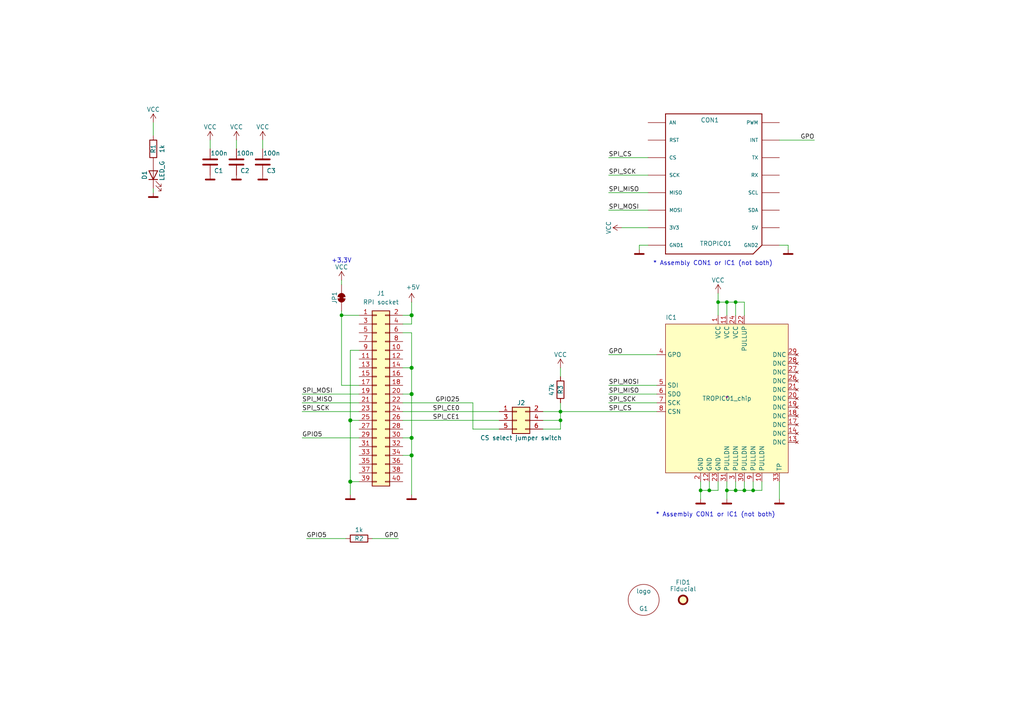
<source format=kicad_sch>
(kicad_sch (version 20250114) (generator "eeschema") (generator_version "9.0")
  (paper "A4")
  (title_block (title "TROPIC01 Raspberry PI  shield") (date "2025-02-18") (rev "TS1501"))
  (lib_symbols
    (symbol "Connector_Generic:Conn_02x03_Odd_Even" (pin_names (offset 1.016) (hide yes))
      (property "Reference" "J" (at 1.27 5.08 0))
      (property "Value" "Conn_02x03_Odd_Even" (at 1.27 -5.08 0))
      (symbol "Conn_02x03_Odd_Even_1_1"
        (rectangle (start -1.27 3.81) (end 3.81 -3.81) (stroke (width 0.254)) (fill (type background)))
        (rectangle (start -1.27 2.667) (end 0 2.413) (stroke (width 0.1524)))
        (rectangle (start -1.27 0.127) (end 0 -0.127) (stroke (width 0.1524)))
        (rectangle (start -1.27 -2.413) (end 0 -2.667) (stroke (width 0.1524)))
        (rectangle (start 3.81 2.667) (end 2.54 2.413) (stroke (width 0.1524)))
        (rectangle (start 3.81 0.127) (end 2.54 -0.127) (stroke (width 0.1524)))
        (rectangle (start 3.81 -2.413) (end 2.54 -2.667) (stroke (width 0.1524)))
        (pin passive line (at -5.08 2.54 0) (length 3.81) (name "Pin_1") (number "1"))
        (pin passive line (at -5.08 0 0) (length 3.81) (name "Pin_3") (number "3"))
        (pin passive line (at -5.08 -2.54 0) (length 3.81) (name "Pin_5") (number "5"))
        (pin passive line (at 7.62 2.54 180) (length 3.81) (name "Pin_2") (number "2"))
        (pin passive line (at 7.62 0 180) (length 3.81) (name "Pin_4") (number "4"))
        (pin passive line (at 7.62 -2.54 180) (length 3.81) (name "Pin_6") (number "6"))
      )
    )
    (symbol "Connector_Generic:Conn_02x20_Odd_Even" (pin_names (offset 1.016) (hide yes))
      (property "Reference" "J" (at 1.27 25.4 0))
      (property "Value" "Conn_02x20_Odd_Even" (at 1.27 -27.94 0))
      (symbol "Conn_02x20_Odd_Even_1_1"
        (rectangle (start -1.27 24.13) (end 3.81 -26.67) (stroke (width 0.254)) (fill (type background)))
        (rectangle (start -1.27 22.987) (end 0 22.733) (stroke (width 0.1524)))
        (rectangle (start -1.27 20.447) (end 0 20.193) (stroke (width 0.1524)))
        (rectangle (start -1.27 17.907) (end 0 17.653) (stroke (width 0.1524)))
        (rectangle (start -1.27 15.367) (end 0 15.113) (stroke (width 0.1524)))
        (rectangle (start -1.27 12.827) (end 0 12.573) (stroke (width 0.1524)))
        (rectangle (start -1.27 10.287) (end 0 10.033) (stroke (width 0.1524)))
        (rectangle (start -1.27 7.747) (end 0 7.493) (stroke (width 0.1524)))
        (rectangle (start -1.27 5.207) (end 0 4.953) (stroke (width 0.1524)))
        (rectangle (start -1.27 2.667) (end 0 2.413) (stroke (width 0.1524)))
        (rectangle (start -1.27 0.127) (end 0 -0.127) (stroke (width 0.1524)))
        (rectangle (start -1.27 -2.413) (end 0 -2.667) (stroke (width 0.1524)))
        (rectangle (start -1.27 -4.953) (end 0 -5.207) (stroke (width 0.1524)))
        (rectangle (start -1.27 -7.493) (end 0 -7.747) (stroke (width 0.1524)))
        (rectangle (start -1.27 -10.033) (end 0 -10.287) (stroke (width 0.1524)))
        (rectangle (start -1.27 -12.573) (end 0 -12.827) (stroke (width 0.1524)))
        (rectangle (start -1.27 -15.113) (end 0 -15.367) (stroke (width 0.1524)))
        (rectangle (start -1.27 -17.653) (end 0 -17.907) (stroke (width 0.1524)))
        (rectangle (start -1.27 -20.193) (end 0 -20.447) (stroke (width 0.1524)))
        (rectangle (start -1.27 -22.733) (end 0 -22.987) (stroke (width 0.1524)))
        (rectangle (start -1.27 -25.273) (end 0 -25.527) (stroke (width 0.1524)))
        (rectangle (start 3.81 22.987) (end 2.54 22.733) (stroke (width 0.1524)))
        (rectangle (start 3.81 20.447) (end 2.54 20.193) (stroke (width 0.1524)))
        (rectangle (start 3.81 17.907) (end 2.54 17.653) (stroke (width 0.1524)))
        (rectangle (start 3.81 15.367) (end 2.54 15.113) (stroke (width 0.1524)))
        (rectangle (start 3.81 12.827) (end 2.54 12.573) (stroke (width 0.1524)))
        (rectangle (start 3.81 10.287) (end 2.54 10.033) (stroke (width 0.1524)))
        (rectangle (start 3.81 7.747) (end 2.54 7.493) (stroke (width 0.1524)))
        (rectangle (start 3.81 5.207) (end 2.54 4.953) (stroke (width 0.1524)))
        (rectangle (start 3.81 2.667) (end 2.54 2.413) (stroke (width 0.1524)))
        (rectangle (start 3.81 0.127) (end 2.54 -0.127) (stroke (width 0.1524)))
        (rectangle (start 3.81 -2.413) (end 2.54 -2.667) (stroke (width 0.1524)))
        (rectangle (start 3.81 -4.953) (end 2.54 -5.207) (stroke (width 0.1524)))
        (rectangle (start 3.81 -7.493) (end 2.54 -7.747) (stroke (width 0.1524)))
        (rectangle (start 3.81 -10.033) (end 2.54 -10.287) (stroke (width 0.1524)))
        (rectangle (start 3.81 -12.573) (end 2.54 -12.827) (stroke (width 0.1524)))
        (rectangle (start 3.81 -15.113) (end 2.54 -15.367) (stroke (width 0.1524)))
        (rectangle (start 3.81 -17.653) (end 2.54 -17.907) (stroke (width 0.1524)))
        (rectangle (start 3.81 -20.193) (end 2.54 -20.447) (stroke (width 0.1524)))
        (rectangle (start 3.81 -22.733) (end 2.54 -22.987) (stroke (width 0.1524)))
        (rectangle (start 3.81 -25.273) (end 2.54 -25.527) (stroke (width 0.1524)))
        (pin passive line (at -5.08 22.86 0) (length 3.81) (name "Pin_1") (number "1"))
        (pin passive line (at -5.08 20.32 0) (length 3.81) (name "Pin_3") (number "3"))
        (pin passive line (at -5.08 17.78 0) (length 3.81) (name "Pin_5") (number "5"))
        (pin passive line (at -5.08 15.24 0) (length 3.81) (name "Pin_7") (number "7"))
        (pin passive line (at -5.08 12.7 0) (length 3.81) (name "Pin_9") (number "9"))
        (pin passive line (at -5.08 10.16 0) (length 3.81) (name "Pin_11") (number "11"))
        (pin passive line (at -5.08 7.62 0) (length 3.81) (name "Pin_13") (number "13"))
        (pin passive line (at -5.08 5.08 0) (length 3.81) (name "Pin_15") (number "15"))
        (pin passive line (at -5.08 2.54 0) (length 3.81) (name "Pin_17") (number "17"))
        (pin passive line (at -5.08 0 0) (length 3.81) (name "Pin_19") (number "19"))
        (pin passive line (at -5.08 -2.54 0) (length 3.81) (name "Pin_21") (number "21"))
        (pin passive line (at -5.08 -5.08 0) (length 3.81) (name "Pin_23") (number "23"))
        (pin passive line (at -5.08 -7.62 0) (length 3.81) (name "Pin_25") (number "25"))
        (pin passive line (at -5.08 -10.16 0) (length 3.81) (name "Pin_27") (number "27"))
        (pin passive line (at -5.08 -12.7 0) (length 3.81) (name "Pin_29") (number "29"))
        (pin passive line (at -5.08 -15.24 0) (length 3.81) (name "Pin_31") (number "31"))
        (pin passive line (at -5.08 -17.78 0) (length 3.81) (name "Pin_33") (number "33"))
        (pin passive line (at -5.08 -20.32 0) (length 3.81) (name "Pin_35") (number "35"))
        (pin passive line (at -5.08 -22.86 0) (length 3.81) (name "Pin_37") (number "37"))
        (pin passive line (at -5.08 -25.4 0) (length 3.81) (name "Pin_39") (number "39"))
        (pin passive line (at 7.62 22.86 180) (length 3.81) (name "Pin_2") (number "2"))
        (pin passive line (at 7.62 20.32 180) (length 3.81) (name "Pin_4") (number "4"))
        (pin passive line (at 7.62 17.78 180) (length 3.81) (name "Pin_6") (number "6"))
        (pin passive line (at 7.62 15.24 180) (length 3.81) (name "Pin_8") (number "8"))
        (pin passive line (at 7.62 12.7 180) (length 3.81) (name "Pin_10") (number "10"))
        (pin passive line (at 7.62 10.16 180) (length 3.81) (name "Pin_12") (number "12"))
        (pin passive line (at 7.62 7.62 180) (length 3.81) (name "Pin_14") (number "14"))
        (pin passive line (at 7.62 5.08 180) (length 3.81) (name "Pin_16") (number "16"))
        (pin passive line (at 7.62 2.54 180) (length 3.81) (name "Pin_18") (number "18"))
        (pin passive line (at 7.62 0 180) (length 3.81) (name "Pin_20") (number "20"))
        (pin passive line (at 7.62 -2.54 180) (length 3.81) (name "Pin_22") (number "22"))
        (pin passive line (at 7.62 -5.08 180) (length 3.81) (name "Pin_24") (number "24"))
        (pin passive line (at 7.62 -7.62 180) (length 3.81) (name "Pin_26") (number "26"))
        (pin passive line (at 7.62 -10.16 180) (length 3.81) (name "Pin_28") (number "28"))
        (pin passive line (at 7.62 -12.7 180) (length 3.81) (name "Pin_30") (number "30"))
        (pin passive line (at 7.62 -15.24 180) (length 3.81) (name "Pin_32") (number "32"))
        (pin passive line (at 7.62 -17.78 180) (length 3.81) (name "Pin_34") (number "34"))
        (pin passive line (at 7.62 -20.32 180) (length 3.81) (name "Pin_36") (number "36"))
        (pin passive line (at 7.62 -22.86 180) (length 3.81) (name "Pin_38") (number "38"))
        (pin passive line (at 7.62 -25.4 180) (length 3.81) (name "Pin_40") (number "40"))
      )
    )
    (symbol "Device:C" (pin_numbers (hide yes)) (pin_names (offset 0.254))
      (property "Reference" "C" (at 0.635 2.54 0))
      (property "Value" "C" (at 0.635 -2.54 0))
      (symbol "C_0_1"
        (polyline (pts (xy -2.032 0.762) (xy 2.032 0.762)) (stroke (width 0.508)))
        (polyline (pts (xy -2.032 -0.762) (xy 2.032 -0.762)) (stroke (width 0.508)))
      )
      (symbol "C_1_1"
        (pin passive line (at 0 3.81 270) (length 2.794) (name "~") (number "1"))
        (pin passive line (at 0 -3.81 90) (length 2.794) (name "~") (number "2"))
      )
    )
    (symbol "Device:LED" (pin_numbers (hide yes)) (pin_names (offset 1.016) (hide yes))
      (property "Reference" "D" (at 0 2.54 0))
      (property "Value" "LED" (at 0 -2.54 0))
      (symbol "LED_0_1"
        (polyline (pts (xy -3.048 -0.762) (xy -4.572 -2.286) (xy -3.81 -2.286) (xy -4.572 -2.286) (xy -4.572 -1.524)))
        (polyline (pts (xy -1.778 -0.762) (xy -3.302 -2.286) (xy -2.54 -2.286) (xy -3.302 -2.286) (xy -3.302 -1.524)))
        (polyline (pts (xy -1.27 0) (xy 1.27 0)))
        (polyline (pts (xy -1.27 -1.27) (xy -1.27 1.27)) (stroke (width 0.254)))
        (polyline (pts (xy 1.27 -1.27) (xy 1.27 1.27) (xy -1.27 0) (xy 1.27 -1.27)) (stroke (width 0.254)))
      )
      (symbol "LED_1_1"
        (pin passive line (at -3.81 0 0) (length 2.54) (name "K") (number "1"))
        (pin passive line (at 3.81 0 180) (length 2.54) (name "A") (number "2"))
      )
    )
    (symbol "Device:R" (pin_numbers (hide yes)) (pin_names (offset 0))
      (property "Reference" "R" (at 2.032 0 90))
      (property "Value" "R" (at 0 0 90))
      (symbol "R_0_1"
        (rectangle (start -1.016 -2.54) (end 1.016 2.54) (stroke (width 0.254)))
      )
      (symbol "R_1_1"
        (pin passive line (at 0 3.81 270) (length 1.27) (name "~") (number "1"))
        (pin passive line (at 0 -3.81 90) (length 1.27) (name "~") (number "2"))
      )
    )
    (symbol "Jumper:SolderJumper_2_Bridged" (pin_numbers (hide yes)) (pin_names (offset 0) (hide yes)) (exclude_from_sim yes) (in_bom no)
      (property "Reference" "JP" (at 0 2.032 0))
      (property "Value" "SolderJumper_2_Bridged" (at 0 -2.54 0))
      (symbol "SolderJumper_2_Bridged_0_1"
        (rectangle (start -0.508 0.508) (end 0.508 -0.508) (fill (type outline)))
        (polyline (pts (xy -0.254 1.016) (xy -0.254 -1.016)))
        (arc (start -0.254 -1.016) (mid -1.2656 0) (end -0.254 1.016))
        (arc (start -0.254 -1.016) (mid -1.2656 0) (end -0.254 1.016) (fill (type outline)))
        (arc (start 0.254 1.016) (mid 1.2656 0) (end 0.254 -1.016))
        (arc (start 0.254 1.016) (mid 1.2656 0) (end 0.254 -1.016) (fill (type outline)))
        (polyline (pts (xy 0.254 1.016) (xy 0.254 -1.016)))
      )
      (symbol "SolderJumper_2_Bridged_1_1"
        (pin passive line (at -3.81 0 0) (length 2.54) (name "A") (number "1"))
        (pin passive line (at 3.81 0 180) (length 2.54) (name "B") (number "2"))
      )
    )
    (symbol "Mechanical:Fiducial" (exclude_from_sim yes) (in_bom no)
      (property "Reference" "FID" (at 0 5.08 0))
      (property "Value" "Fiducial" (at 0 3.175 0))
      (symbol "Fiducial_0_1"
        (circle (center 0 0) (radius 1.27) (stroke (width 0.508)) (fill (type background)))
      )
    )
    (symbol "common:GND" (power) (pin_names (offset 0)) (in_bom no)
      (symbol "GND_0_1"
        (polyline (pts (xy -1.27 -1.27) (xy 1.27 -1.27)) (stroke (width 0.508)))
        (polyline (pts (xy 0 0) (xy 0 -1.27)))
      )
      (symbol "GND_1_1"
        (pin power_in line (at 0 0 270) (length 0) (hide yes) (name "GND") (number "1"))
      )
    )
    (symbol "common:VCC" (power) (pin_names (offset 0))
      (property "Value" "VCC" (at 0 3.81 0))
      (symbol "VCC_0_1"
        (polyline (pts (xy -0.762 1.27) (xy 0 2.54)))
        (polyline (pts (xy 0 2.54) (xy 0.762 1.27)))
        (polyline (pts (xy 0 0) (xy 0 2.54)))
      )
      (symbol "VCC_1_1"
        (pin power_in line (at 0 0 90) (length 0) (hide yes) (name "VCC") (number "1"))
      )
    )
    (symbol "mikroBUS:MIKROBUS_MODULE_CONN" (pin_numbers (hide yes)) (pin_names (offset 1.016))
      (property "Reference" "CON" (at 10.16 38.1 0))
      (property "Value" "MIKROBUS_MODULE_CONN" (at 2.54 3.81 0))
      (symbol "MIKROBUS_MODULE_CONN_0_0"
        (polyline (pts (xy 0 40.64) (xy 27.94 40.64)) (stroke (width 0.254)))
        (polyline (pts (xy 0 0) (xy 0 40.64)) (stroke (width 0.254)))
        (polyline (pts (xy 25.4 0) (xy 0 0)) (stroke (width 0.254)))
        (polyline (pts (xy 27.94 40.64) (xy 27.94 2.54)) (stroke (width 0.254)))
        (polyline (pts (xy 27.94 2.54) (xy 25.4 0)) (stroke (width 0.254)))
        (pin bidirectional line (at -5.08 38.1 0) (length 5.08) (name "AN") (number "P1"))
        (pin bidirectional line (at -5.08 33.02 0) (length 5.08) (name "RST") (number "P2"))
        (pin bidirectional line (at -5.08 27.94 0) (length 5.08) (name "CS") (number "P3"))
        (pin bidirectional line (at -5.08 22.86 0) (length 5.08) (name "SCK") (number "P4"))
        (pin bidirectional line (at -5.08 17.78 0) (length 5.08) (name "MISO") (number "P5"))
        (pin bidirectional line (at -5.08 12.7 0) (length 5.08) (name "MOSI") (number "P6"))
        (pin power_in line (at -5.08 7.62 0) (length 5.08) (name "3V3") (number "P7"))
        (pin bidirectional line (at -5.08 2.54 0) (length 5.08) (name "GND1") (number "P8"))
        (pin bidirectional line (at 33.02 38.1 180) (length 5.08) (name "PWM") (number "P16"))
        (pin bidirectional line (at 33.02 33.02 180) (length 5.08) (name "INT") (number "P15"))
        (pin bidirectional line (at 33.02 27.94 180) (length 5.08) (name "TX") (number "P14"))
        (pin bidirectional line (at 33.02 22.86 180) (length 5.08) (name "RX") (number "P13"))
        (pin bidirectional line (at 33.02 17.78 180) (length 5.08) (name "SCL") (number "P12"))
        (pin bidirectional line (at 33.02 12.7 180) (length 5.08) (name "SDA") (number "P11"))
        (pin power_in line (at 33.02 7.62 180) (length 5.08) (name "5V") (number "P10"))
        (pin bidirectional line (at 33.02 2.54 180) (length 5.08) (name "GND2") (number "P9"))
      )
    )
    (symbol "power:+5V" (power) (pin_numbers (hide yes)) (pin_names (offset 0) (hide yes))
      (property "Value" "+5V" (at 0 3.556 0))
      (symbol "+5V_0_1"
        (polyline (pts (xy -0.762 1.27) (xy 0 2.54)))
        (polyline (pts (xy 0 2.54) (xy 0.762 1.27)))
        (polyline (pts (xy 0 0) (xy 0 2.54)))
      )
      (symbol "+5V_1_1"
        (pin power_in line (at 0 0 90) (length 0) (name "~") (number "1"))
      )
    )
    (symbol "tropicsquare:TROPIC01_chip_pub"
      (property "Reference" "IC" (at -17.78 23.495 0))
      (property "Value" "TROPIC01_chip" (at 0 0 0))
      (symbol "TROPIC01_chip_pub_0_1"
        (rectangle (start -17.78 21.59) (end 17.78 -21.59) (stroke (width 0.1524)) (fill (type background)))
      )
      (symbol "TROPIC01_chip_pub_1_1"
        (pin output line (at -20.32 12.7 0) (length 2.54) (name "GPO") (number "4"))
        (pin input line (at -20.32 3.81 0) (length 2.54) (name "SDI") (number "5"))
        (pin output line (at -20.32 1.27 0) (length 2.54) (name "SDO") (number "6"))
        (pin input line (at -20.32 -1.27 0) (length 2.54) (name "SCK") (number "7"))
        (pin input line (at -20.32 -3.81 0) (length 2.54) (name "CSN") (number "8"))
        (pin power_in line (at -7.62 -24.13 90) (length 2.54) (name "GND") (number "2"))
        (pin power_in line (at -5.08 -24.13 90) (length 2.54) (name "GND") (number "12"))
        (pin power_in line (at -2.54 24.13 270) (length 2.54) (name "VCC") (number "1"))
        (pin power_in line (at -2.54 -24.13 90) (length 2.54) (name "GND") (number "23"))
        (pin power_in line (at 0 24.13 270) (length 2.54) (name "VCC") (number "11"))
        (pin input line (at 0 -24.13 90) (length 2.54) (name "PULLDN") (number "31"))
        (pin power_in line (at 2.54 24.13 270) (length 2.54) (name "VCC") (number "24"))
        (pin input line (at 2.54 -24.13 90) (length 2.54) (name "PULLDN") (number "3"))
        (pin input line (at 5.08 24.13 270) (length 2.54) (name "PULLUP") (number "22"))
        (pin input line (at 5.08 -24.13 90) (length 2.54) (name "PULLDN") (number "30"))
        (pin input line (at 7.62 -24.13 90) (length 2.54) (name "PULLDN") (number "9"))
        (pin input line (at 10.16 -24.13 90) (length 2.54) (name "PULLDN") (number "10"))
        (pin passive line (at 15.24 -24.13 90) (length 2.54) (name "TP") (number "33"))
        (pin no_connect line (at 20.32 12.7 180) (length 2.54) (name "DNC") (number "29"))
        (pin no_connect line (at 20.32 10.16 180) (length 2.54) (name "DNC") (number "28"))
        (pin no_connect line (at 20.32 7.62 180) (length 2.54) (name "DNC") (number "27"))
        (pin no_connect line (at 20.32 5.08 180) (length 2.54) (name "DNC") (number "26"))
        (pin no_connect line (at 20.32 2.54 180) (length 2.54) (name "DNC") (number "21"))
        (pin no_connect line (at 20.32 0 180) (length 2.54) (name "DNC") (number "20"))
        (pin no_connect line (at 20.32 -2.54 180) (length 2.54) (name "DNC") (number "19"))
        (pin no_connect line (at 20.32 -5.08 180) (length 2.54) (name "DNC") (number "18"))
        (pin no_connect line (at 20.32 -7.62 180) (length 2.54) (name "DNC") (number "17"))
        (pin no_connect line (at 20.32 -10.16 180) (length 2.54) (name "DNC") (number "14"))
        (pin no_connect line (at 20.32 -12.7 180) (length 2.54) (name "DNC") (number "13"))
      )
    )
    (symbol "tropicsquare:logo" (pin_numbers (hide yes)) (pin_names (offset 0) (hide yes)) (in_bom no)
      (property "Reference" "G" (at 0 -2.54 0))
      (property "Value" "logo" (at 0 2.54 0))
      (symbol "logo_0_1"
        (circle (center 0 0) (radius 4.4901) (stroke (width 0.1524)))
      )
    )
  )
  (text "+3.3V" (at 99.06 75.692 0) (effects (font (size 1.27 1.27))))
  (text "* Assembly CON1 or IC1 (not both)" (at 206.756 76.454 0) (effects (font (size 1.27 1.27))))
  (text "* Assembly CON1 or IC1 (not both)" (at 207.518 149.352 0) (effects (font (size 1.27 1.27))))
  (junction (at 119.38 127) (diameter 1.016))
  (junction (at 210.82 87.63))
  (junction (at 162.56 121.92))
  (junction (at 213.36 142.24))
  (junction (at 119.38 106.68) (diameter 1.016))
  (junction (at 213.36 87.63))
  (junction (at 119.38 114.3) (diameter 1.016))
  (junction (at 208.28 87.63))
  (junction (at 203.2 142.24))
  (junction (at 215.9 142.24))
  (junction (at 99.06 91.44))
  (junction (at 101.6 139.7) (diameter 1.016))
  (junction (at 205.74 142.24))
  (junction (at 162.56 119.38))
  (junction (at 218.44 142.24))
  (junction (at 101.6 121.92) (diameter 1.016))
  (junction (at 119.38 132.08) (diameter 1.016))
  (junction (at 119.38 91.44) (diameter 1.016))
  (junction (at 210.82 142.24))
  (wire (pts (xy 119.38 127) (xy 116.84 127)))
  (wire (pts (xy 162.56 121.92) (xy 162.56 119.38)))
  (wire (pts (xy 187.96 55.88) (xy 176.53 55.88)))
  (wire (pts (xy 87.63 119.38) (xy 104.14 119.38)))
  (wire (pts (xy 205.74 139.7) (xy 205.74 142.24)))
  (wire (pts (xy 99.06 111.76) (xy 104.14 111.76)))
  (wire (pts (xy 176.53 111.76) (xy 190.5 111.76)))
  (wire (pts (xy 162.56 106.68) (xy 162.56 109.22)))
  (wire (pts (xy 215.9 142.24) (xy 213.36 142.24)))
  (wire (pts (xy 60.96 40.64) (xy 60.96 43.18)))
  (wire (pts (xy 208.28 85.09) (xy 208.28 87.63)))
  (wire (pts (xy 215.9 139.7) (xy 215.9 142.24)))
  (wire (pts (xy 119.38 91.44) (xy 119.38 93.98)))
  (wire (pts (xy 176.53 102.87) (xy 190.5 102.87)))
  (wire (pts (xy 101.6 139.7) (xy 101.6 143.51)))
  (wire (pts (xy 162.56 119.38) (xy 190.5 119.38)))
  (wire (pts (xy 213.36 139.7) (xy 213.36 142.24)))
  (wire (pts (xy 137.16 124.46) (xy 144.78 124.46)))
  (wire (pts (xy 87.63 127) (xy 104.14 127)))
  (wire (pts (xy 87.63 116.84) (xy 104.14 116.84)))
  (wire (pts (xy 68.58 40.64) (xy 68.58 43.18)))
  (wire (pts (xy 210.82 87.63) (xy 213.36 87.63)))
  (wire (pts (xy 99.06 90.17) (xy 99.06 91.44)))
  (wire (pts (xy 119.38 127) (xy 119.38 132.08)))
  (wire (pts (xy 185.42 72.39) (xy 185.42 71.12)))
  (wire (pts (xy 119.38 96.52) (xy 116.84 96.52)))
  (wire (pts (xy 213.36 87.63) (xy 213.36 91.44)))
  (wire (pts (xy 226.06 40.64) (xy 236.22 40.64)))
  (wire (pts (xy 203.2 142.24) (xy 203.2 144.78)))
  (wire (pts (xy 203.2 139.7) (xy 203.2 142.24)))
  (wire (pts (xy 218.44 139.7) (xy 218.44 142.24)))
  (wire (pts (xy 119.38 106.68) (xy 119.38 114.3)))
  (wire (pts (xy 119.38 132.08) (xy 116.84 132.08)))
  (wire (pts (xy 213.36 87.63) (xy 215.9 87.63)))
  (wire (pts (xy 99.06 81.28) (xy 99.06 82.55)))
  (wire (pts (xy 162.56 119.38) (xy 162.56 116.84)))
  (wire (pts (xy 210.82 139.7) (xy 210.82 142.24)))
  (wire (pts (xy 180.34 66.04) (xy 187.96 66.04)))
  (wire (pts (xy 220.98 139.7) (xy 220.98 142.24)))
  (wire (pts (xy 119.38 93.98) (xy 116.84 93.98)))
  (wire (pts (xy 44.45 54.61) (xy 44.45 55.88)))
  (wire (pts (xy 208.28 87.63) (xy 208.28 91.44)))
  (wire (pts (xy 107.95 156.21) (xy 115.57 156.21)))
  (wire (pts (xy 116.84 121.92) (xy 144.78 121.92)))
  (wire (pts (xy 210.82 142.24) (xy 210.82 144.78)))
  (wire (pts (xy 116.84 116.84) (xy 137.16 116.84)))
  (wire (pts (xy 176.53 116.84) (xy 190.5 116.84)))
  (wire (pts (xy 88.9 156.21) (xy 100.33 156.21)))
  (wire (pts (xy 187.96 50.8) (xy 176.53 50.8)))
  (wire (pts (xy 176.53 114.3) (xy 190.5 114.3)))
  (wire (pts (xy 185.42 71.12) (xy 187.96 71.12)))
  (wire (pts (xy 101.6 101.6) (xy 101.6 121.92)))
  (wire (pts (xy 119.38 114.3) (xy 119.38 127)))
  (wire (pts (xy 76.2 40.64) (xy 76.2 43.18)))
  (wire (pts (xy 119.38 96.52) (xy 119.38 106.68)))
  (wire (pts (xy 210.82 87.63) (xy 210.82 91.44)))
  (wire (pts (xy 208.28 87.63) (xy 210.82 87.63)))
  (wire (pts (xy 228.6 71.12) (xy 228.6 72.39)))
  (wire (pts (xy 99.06 91.44) (xy 104.14 91.44)))
  (wire (pts (xy 101.6 121.92) (xy 104.14 121.92)))
  (wire (pts (xy 116.84 119.38) (xy 144.78 119.38)))
  (wire (pts (xy 44.45 35.56) (xy 44.45 39.37)))
  (wire (pts (xy 226.06 139.7) (xy 226.06 144.78)))
  (wire (pts (xy 87.63 114.3) (xy 104.14 114.3)))
  (wire (pts (xy 119.38 114.3) (xy 116.84 114.3)))
  (wire (pts (xy 187.96 45.72) (xy 176.53 45.72)))
  (wire (pts (xy 215.9 87.63) (xy 215.9 91.44)))
  (wire (pts (xy 137.16 116.84) (xy 137.16 124.46)))
  (wire (pts (xy 157.48 119.38) (xy 162.56 119.38)))
  (wire (pts (xy 101.6 121.92) (xy 101.6 139.7)))
  (wire (pts (xy 226.06 71.12) (xy 228.6 71.12)))
  (wire (pts (xy 218.44 142.24) (xy 215.9 142.24)))
  (wire (pts (xy 157.48 124.46) (xy 162.56 124.46)))
  (wire (pts (xy 208.28 142.24) (xy 205.74 142.24)))
  (wire (pts (xy 101.6 101.6) (xy 104.14 101.6)))
  (wire (pts (xy 119.38 106.68) (xy 116.84 106.68)))
  (wire (pts (xy 220.98 142.24) (xy 218.44 142.24)))
  (wire (pts (xy 187.96 60.96) (xy 176.53 60.96)))
  (wire (pts (xy 208.28 139.7) (xy 208.28 142.24)))
  (wire (pts (xy 157.48 121.92) (xy 162.56 121.92)))
  (wire (pts (xy 205.74 142.24) (xy 203.2 142.24)))
  (wire (pts (xy 101.6 139.7) (xy 104.14 139.7)))
  (wire (pts (xy 119.38 87.63) (xy 119.38 91.44)))
  (wire (pts (xy 213.36 142.24) (xy 210.82 142.24)))
  (wire (pts (xy 99.06 91.44) (xy 99.06 111.76)))
  (wire (pts (xy 119.38 91.44) (xy 116.84 91.44)))
  (wire (pts (xy 162.56 124.46) (xy 162.56 121.92)))
  (wire (pts (xy 119.38 132.08) (xy 119.38 143.51)))
  (label "GPO" (at 176.53 102.87 0))
  (label "GPIO25" (at 133.35 116.84 180))
  (label "SPI_CE0" (at 133.35 119.38 180))
  (label "GPIO5" (at 87.63 127 0))
  (label "SPI_MISO" (at 87.63 116.84 0))
  (label "GPIO5" (at 88.9 156.21 0))
  (label "SPI_MOSI" (at 176.53 111.76 0))
  (label "SPI_CS" (at 176.53 119.38 0))
  (label "SPI_MOSI" (at 176.53 60.96 0))
  (label "SPI_MISO" (at 176.53 55.88 0))
  (label "SPI_SCK" (at 87.63 119.38 0))
  (label "SPI_CS" (at 176.53 45.72 0))
  (label "SPI_MISO" (at 176.53 114.3 0))
  (label "SPI_SCK" (at 176.53 116.84 0))
  (label "GPO" (at 236.22 40.64 180))
  (label "SPI_MOSI" (at 87.63 114.3 0))
  (label "GPO" (at 115.57 156.21 180))
  (label "SPI_CE1" (at 133.35 121.92 180))
  (label "SPI_SCK" (at 176.53 50.8 0))
  (symbol (lib_id "common:GND") (at 76.2 50.8 0) (unit 1) (in_bom no)
    (property "Reference" "#PWR015" (effects (hide yes)))
    (property "Value" "GND" (effects (hide yes)))
  )
  (symbol (lib_id "common:VCC") (at 60.96 40.64 0) (unit 1)
    (property "Reference" "#PWR08" (effects (hide yes)))
    (property "Value" "VCC" (at 60.96 36.83 0))
  )
  (symbol (lib_id "Device:C") (at 60.96 46.99 180) (unit 1)
    (property "Reference" "C1" (at 64.77 49.53 0) (effects (justify left)))
    (property "Value" "100n" (at 66.04 44.45 0) (effects (justify left)))
    (property "Footprint" "Capacitor_SMD:C_0805_2012Metric_Pad1.18x1.45mm_HandSolder" (effects (hide yes)))
    (property "OC_MOUSER" "187-CL21B104KBFNNNE" (effects (hide yes)))
  )
  (symbol (lib_id "common:VCC") (at 44.45 35.56 0) (unit 1)
    (property "Reference" "#PWR01" (effects (hide yes)))
    (property "Value" "VCC" (at 44.45 31.75 0))
  )
  (symbol (lib_id "power:+5V") (at 119.38 87.63 0) (unit 1)
    (property "Reference" "#PWR05" (effects (hide yes)))
    (property "Value" "+5V" (at 119.7483 83.3056 0))
  )
  (symbol (lib_id "tropicsquare:TROPIC01_chip_pub") (at 210.82 115.57 0) (unit 1)
    (property "Reference" "IC1" (at 193.04 92.075 0) (effects (justify left)))
    (property "Value" "TROPIC01_chip" (at 210.82 115.57 0))
    (property "Footprint" "tropic01_chip:QFN-32-1EP_4x4mm_P0.4mm_EP2.65x2.65mm" (effects (hide yes)))
    (property "Description" "Cryptographic coprocessor and MAC" (effects (hide yes)))
    (property "OC_MOUSER" "*" (at 210.82 115.57 0))
  )
  (symbol (lib_id "common:VCC") (at 208.28 85.09 0) (unit 1)
    (property "Reference" "#PWR011" (effects (hide yes)))
    (property "Value" "VCC" (at 208.28 81.28 0))
  )
  (symbol (lib_id "Connector_Generic:Conn_02x20_Odd_Even") (at 109.22 114.3 0) (unit 1)
    (property "Reference" "J1" (at 110.49 85.09 0))
    (property "Value" "RPI socket" (at 110.49 87.63 0))
    (property "Footprint" "shields:RPI_Hat_B+" (effects (hide yes)))
    (property "Description" "Generic connector, double row, 02x20, odd/even pin numbering scheme (row 1 odd numbers, row 2 even numbers), script generated (kicad-library-utils/schlib/autogen/connector/)" (effects (hide yes)))
    (property "OC_MOUSER" "474-PRT-16764" (effects (hide yes)))
  )
  (symbol (lib_id "common:GND") (at 185.42 72.39 0) (unit 1) (in_bom no)
    (property "Reference" "#PWR06" (effects (hide yes)))
    (property "Value" "GND" (effects (hide yes)))
  )
  (symbol (lib_id "Connector_Generic:Conn_02x03_Odd_Even") (at 149.86 121.92 0) (unit 1)
    (property "Reference" "J2" (at 151.13 116.84 0))
    (property "Value" "CS select jumper switch" (at 151.13 127 0))
    (property "Footprint" "Connector_PinHeader_2.54mm:PinHeader_2x03_P2.54mm_Vertical" (effects (hide yes)))
    (property "Description" "Generic connector, double row, 02x03, odd/even pin numbering scheme (row 1 odd numbers, row 2 even numbers), script generated (kicad-library-utils/schlib/autogen/connector/)" (effects (hide yes)))
    (property "OC_MOUSER" " 653-XG8T-0641  + 653-XJ8A-0211" (effects (hide yes)))
  )
  (symbol (lib_id "common:VCC") (at 180.34 66.04 90) (unit 1)
    (property "Reference" "#PWR03" (effects (hide yes)))
    (property "Value" "VCC" (at 176.53 66.04 0))
  )
  (symbol (lib_id "Device:R") (at 162.56 113.03 180) (unit 1)
    (property "Reference" "R3" (at 162.56 113.03 90))
    (property "Value" "47k" (at 160.02 113.03 90))
    (property "Footprint" "Resistor_SMD:R_0805_2012Metric_Pad1.20x1.40mm_HandSolder" (effects (hide yes)))
    (property "OC_MOUSER" "603-RC0805JR-0747KL" (effects (hide yes)))
  )
  (symbol (lib_id "common:VCC") (at 68.58 40.64 0) (unit 1)
    (property "Reference" "#PWR09" (effects (hide yes)))
    (property "Value" "VCC" (at 68.58 36.83 0))
  )
  (symbol (lib_id "tropicsquare:logo") (at 186.69 173.99 0) (unit 1) (in_bom no)
    (property "Reference" "G1" (at 186.69 176.53 0))
    (property "Value" "logo" (at 186.69 171.45 0))
    (property "Footprint" "ts_logo:tropicsquare_logo" (effects (hide yes)))
  )
  (symbol (lib_id "common:GND") (at 226.06 144.78 0) (mirror y) (unit 1) (in_bom no)
    (property "Reference" "#PWR020" (effects (hide yes)))
    (property "Value" "GND" (effects (hide yes)))
  )
  (symbol (lib_id "Device:R") (at 44.45 43.18 180) (unit 1)
    (property "Reference" "R1" (at 44.45 43.18 90))
    (property "Value" "1k" (at 46.99 43.18 90))
    (property "Footprint" "Resistor_SMD:R_0805_2012Metric_Pad1.20x1.40mm_HandSolder" (effects (hide yes)))
    (property "OC_MOUSER" "603-RC0805JR-071KL" (effects (hide yes)))
  )
  (symbol (lib_id "common:GND") (at 68.58 50.8 0) (unit 1) (in_bom no)
    (property "Reference" "#PWR014" (effects (hide yes)))
    (property "Value" "GND" (effects (hide yes)))
  )
  (symbol (lib_id "common:GND") (at 228.6 72.39 0) (unit 1) (in_bom no)
    (property "Reference" "#PWR07" (effects (hide yes)))
    (property "Value" "GND" (effects (hide yes)))
  )
  (symbol (lib_id "common:VCC") (at 99.06 81.28 0) (unit 1)
    (property "Reference" "#PWR04" (effects (hide yes)))
    (property "Value" "VCC" (at 99.06 77.47 0))
  )
  (symbol (lib_id "common:GND") (at 101.6 143.51 0) (mirror y) (unit 1) (in_bom no)
    (property "Reference" "#PWR016" (effects (hide yes)))
    (property "Value" "GND" (effects (hide yes)))
  )
  (symbol (lib_id "common:VCC") (at 76.2 40.64 0) (unit 1)
    (property "Reference" "#PWR010" (effects (hide yes)))
    (property "Value" "VCC" (at 76.2 36.83 0))
  )
  (symbol (lib_id "common:GND") (at 119.38 143.51 0) (mirror y) (unit 1) (in_bom no)
    (property "Reference" "#PWR017" (effects (hide yes)))
    (property "Value" "GND" (effects (hide yes)))
  )
  (symbol (lib_id "Device:C") (at 68.58 46.99 180) (unit 1)
    (property "Reference" "C2" (at 72.39 49.53 0) (effects (justify left)))
    (property "Value" "100n" (at 73.66 44.45 0) (effects (justify left)))
    (property "Footprint" "Capacitor_SMD:C_0805_2012Metric_Pad1.18x1.45mm_HandSolder" (effects (hide yes)))
    (property "OC_MOUSER" "187-CL21B104KBFNNNE" (effects (hide yes)))
  )
  (symbol (lib_id "Mechanical:Fiducial") (at 198.12 173.99 0) (unit 1) (exclude_from_sim yes) (in_bom no)
    (property "Reference" "FID1" (at 198.12 168.91 0))
    (property "Value" "Fiducial" (at 198.12 170.815 0))
    (property "Footprint" "Fiducial:Fiducial_0.5mm_Mask1mm" (effects (hide yes)))
    (property "Description" "Fiducial Marker" (effects (hide yes)))
  )
  (symbol (lib_id "common:VCC") (at 162.56 106.68 0) (unit 1)
    (property "Reference" "#PWR012" (effects (hide yes)))
    (property "Value" "VCC" (at 162.56 102.87 0))
  )
  (symbol (lib_id "Device:C") (at 76.2 46.99 180) (unit 1)
    (property "Reference" "C3" (at 80.01 49.53 0) (effects (justify left)))
    (property "Value" "100n" (at 81.28 44.45 0) (effects (justify left)))
    (property "Footprint" "Capacitor_SMD:C_0805_2012Metric_Pad1.18x1.45mm_HandSolder" (effects (hide yes)))
    (property "OC_MOUSER" "187-CL21B104KBFNNNE" (effects (hide yes)))
  )
  (symbol (lib_id "common:GND") (at 44.45 55.88 0) (unit 1) (in_bom no)
    (property "Reference" "#PWR02" (effects (hide yes)))
    (property "Value" "GND" (effects (hide yes)))
  )
  (symbol (lib_id "common:GND") (at 203.2 144.78 0) (mirror y) (unit 1) (in_bom no)
    (property "Reference" "#PWR018" (effects (hide yes)))
    (property "Value" "GND" (effects (hide yes)))
  )
  (symbol (lib_id "Jumper:SolderJumper_2_Bridged") (at 99.06 86.36 90) (unit 1) (exclude_from_sim yes) (in_bom no)
    (property "Reference" "JP1" (at 97.028 86.36 0))
    (property "Value" "SolderJumper_2_Bridged" (effects (hide yes)))
    (property "Footprint" "_mechanical:SolderJumper-2_P1.3mm_Bridged" (effects (hide yes)))
    (property "Description" "Solder Jumper, 2-pole, closed/bridged" (effects (hide yes)))
  )
  (symbol (lib_id "common:GND") (at 210.82 144.78 0) (mirror y) (unit 1) (in_bom no)
    (property "Reference" "#PWR019" (effects (hide yes)))
    (property "Value" "GND" (effects (hide yes)))
  )
  (symbol (lib_id "Device:LED") (at 44.45 50.8 90) (unit 1)
    (property "Reference" "D1" (at 41.91 50.8 0))
    (property "Value" "LED_G" (at 46.99 49.53 0))
    (property "Footprint" "LED_SMD:LED_0805_2012Metric" (effects (hide yes)))
    (property "OC_MOUSER" "710-150080GS75000" (effects (hide yes)))
  )
  (symbol (lib_id "Device:R") (at 104.14 156.21 270) (unit 1)
    (property "Reference" "R2" (at 104.14 156.21 90))
    (property "Value" "1k" (at 104.14 153.67 90))
    (property "Footprint" "Resistor_SMD:R_0805_2012Metric_Pad1.20x1.40mm_HandSolder" (effects (hide yes)))
    (property "OC_MOUSER" "603-RC0805JR-071KL" (effects (hide yes)))
  )
  (symbol (lib_id "mikroBUS:MIKROBUS_MODULE_CONN") (at 193.04 73.66 0) (unit 1)
    (property "Reference" "CON1" (at 203.2 35.56 0) (effects (justify left bottom)))
    (property "Value" "TROPIC01" (at 202.946 71.374 0) (effects (justify left bottom)))
    (property "Footprint" "ts_mikrobus:TROPIC01_mikrobus" (effects (hide yes)))
    (property "Description" "MikroBUS module connector" (effects (hide yes)))
    (property "OC_MOUSER" "* 932-MIKROE-4247" (effects (hide yes)))
  )
  (symbol (lib_id "common:GND") (at 60.96 50.8 0) (unit 1) (in_bom no)
    (property "Reference" "#PWR013" (effects (hide yes)))
    (property "Value" "GND" (effects (hide yes)))
  )
)
</source>
